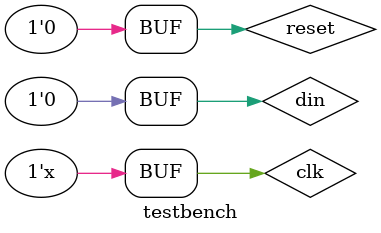
<source format=v>
`timescale 1ns / 1ps
module testbench();
reg clk;
reg reset;
reg din;
wire y;

moore1010 dut (.din(din), .reset(reset), .clk(clk), .y(y));

initial begin
    clk = 0;
    reset = 1;
    din = 0;
    #10 reset = 0;
end

always begin
    #5 clk = ~clk;
end

always @(posedge clk) begin
    $display("At time %0t, din = %b, y = %b", $time, din, y);
end

initial begin
    #7 din = ~din;
//    #5 din = 0;
//    #5 din = 1;
//    #5 din = 1;
//    #5 din = 0;
//    #5 din = 1;
//    #5 din = 1;
//    #5 din = 0;
//    #5 $finish;
end

endmodule

</source>
